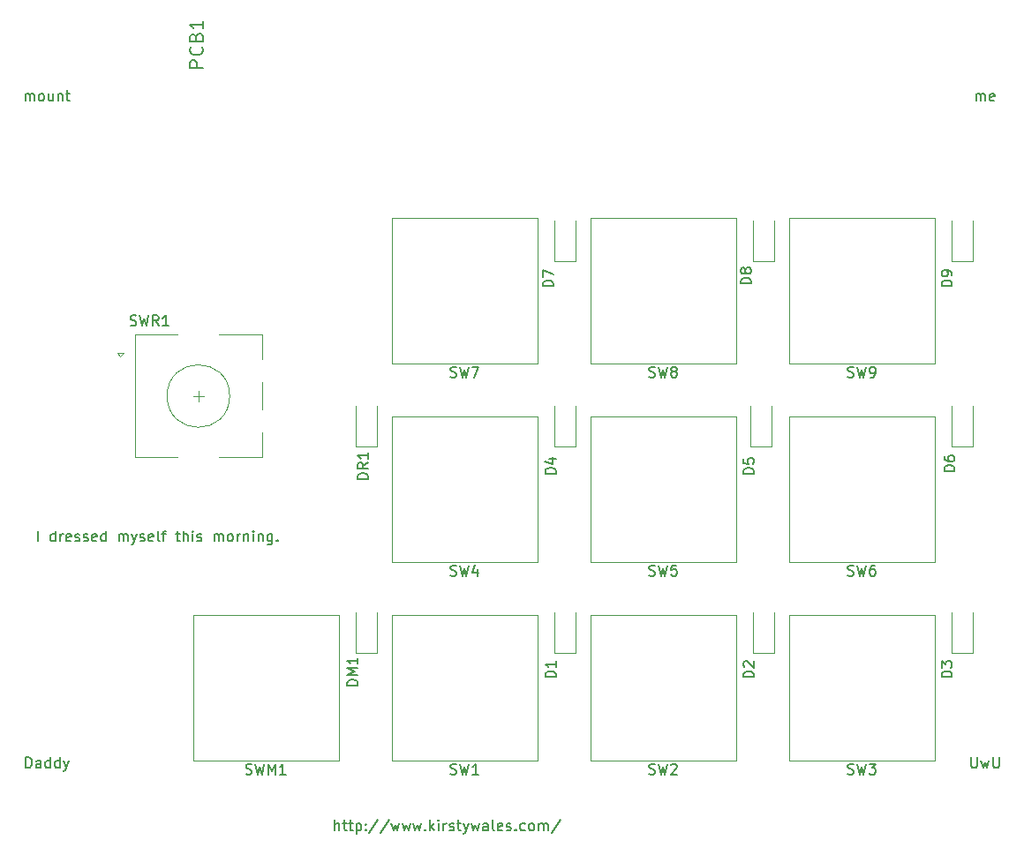
<source format=gbr>
%TF.GenerationSoftware,KiCad,Pcbnew,(6.0.4)*%
%TF.CreationDate,2022-05-17T18:27:42+01:00*%
%TF.ProjectId,MacroPad,4d616372-6f50-4616-942e-6b696361645f,rev?*%
%TF.SameCoordinates,Original*%
%TF.FileFunction,Legend,Top*%
%TF.FilePolarity,Positive*%
%FSLAX46Y46*%
G04 Gerber Fmt 4.6, Leading zero omitted, Abs format (unit mm)*
G04 Created by KiCad (PCBNEW (6.0.4)) date 2022-05-17 18:27:42*
%MOMM*%
%LPD*%
G01*
G04 APERTURE LIST*
%ADD10C,0.150000*%
%ADD11C,0.120000*%
G04 APERTURE END LIST*
D10*
X113141809Y-98512380D02*
X113141809Y-97512380D01*
X114808476Y-98512380D02*
X114808476Y-97512380D01*
X114808476Y-98464761D02*
X114713238Y-98512380D01*
X114522761Y-98512380D01*
X114427523Y-98464761D01*
X114379904Y-98417142D01*
X114332285Y-98321904D01*
X114332285Y-98036190D01*
X114379904Y-97940952D01*
X114427523Y-97893333D01*
X114522761Y-97845714D01*
X114713238Y-97845714D01*
X114808476Y-97893333D01*
X115284666Y-98512380D02*
X115284666Y-97845714D01*
X115284666Y-98036190D02*
X115332285Y-97940952D01*
X115379904Y-97893333D01*
X115475142Y-97845714D01*
X115570380Y-97845714D01*
X116284666Y-98464761D02*
X116189428Y-98512380D01*
X115998952Y-98512380D01*
X115903714Y-98464761D01*
X115856095Y-98369523D01*
X115856095Y-97988571D01*
X115903714Y-97893333D01*
X115998952Y-97845714D01*
X116189428Y-97845714D01*
X116284666Y-97893333D01*
X116332285Y-97988571D01*
X116332285Y-98083809D01*
X115856095Y-98179047D01*
X116713238Y-98464761D02*
X116808476Y-98512380D01*
X116998952Y-98512380D01*
X117094190Y-98464761D01*
X117141809Y-98369523D01*
X117141809Y-98321904D01*
X117094190Y-98226666D01*
X116998952Y-98179047D01*
X116856095Y-98179047D01*
X116760857Y-98131428D01*
X116713238Y-98036190D01*
X116713238Y-97988571D01*
X116760857Y-97893333D01*
X116856095Y-97845714D01*
X116998952Y-97845714D01*
X117094190Y-97893333D01*
X117522761Y-98464761D02*
X117618000Y-98512380D01*
X117808476Y-98512380D01*
X117903714Y-98464761D01*
X117951333Y-98369523D01*
X117951333Y-98321904D01*
X117903714Y-98226666D01*
X117808476Y-98179047D01*
X117665619Y-98179047D01*
X117570380Y-98131428D01*
X117522761Y-98036190D01*
X117522761Y-97988571D01*
X117570380Y-97893333D01*
X117665619Y-97845714D01*
X117808476Y-97845714D01*
X117903714Y-97893333D01*
X118760857Y-98464761D02*
X118665619Y-98512380D01*
X118475142Y-98512380D01*
X118379904Y-98464761D01*
X118332285Y-98369523D01*
X118332285Y-97988571D01*
X118379904Y-97893333D01*
X118475142Y-97845714D01*
X118665619Y-97845714D01*
X118760857Y-97893333D01*
X118808476Y-97988571D01*
X118808476Y-98083809D01*
X118332285Y-98179047D01*
X119665619Y-98512380D02*
X119665619Y-97512380D01*
X119665619Y-98464761D02*
X119570380Y-98512380D01*
X119379904Y-98512380D01*
X119284666Y-98464761D01*
X119237047Y-98417142D01*
X119189428Y-98321904D01*
X119189428Y-98036190D01*
X119237047Y-97940952D01*
X119284666Y-97893333D01*
X119379904Y-97845714D01*
X119570380Y-97845714D01*
X119665619Y-97893333D01*
X120903714Y-98512380D02*
X120903714Y-97845714D01*
X120903714Y-97940952D02*
X120951333Y-97893333D01*
X121046571Y-97845714D01*
X121189428Y-97845714D01*
X121284666Y-97893333D01*
X121332285Y-97988571D01*
X121332285Y-98512380D01*
X121332285Y-97988571D02*
X121379904Y-97893333D01*
X121475142Y-97845714D01*
X121618000Y-97845714D01*
X121713238Y-97893333D01*
X121760857Y-97988571D01*
X121760857Y-98512380D01*
X122141809Y-97845714D02*
X122379904Y-98512380D01*
X122618000Y-97845714D02*
X122379904Y-98512380D01*
X122284666Y-98750476D01*
X122237047Y-98798095D01*
X122141809Y-98845714D01*
X122951333Y-98464761D02*
X123046571Y-98512380D01*
X123237047Y-98512380D01*
X123332285Y-98464761D01*
X123379904Y-98369523D01*
X123379904Y-98321904D01*
X123332285Y-98226666D01*
X123237047Y-98179047D01*
X123094190Y-98179047D01*
X122998952Y-98131428D01*
X122951333Y-98036190D01*
X122951333Y-97988571D01*
X122998952Y-97893333D01*
X123094190Y-97845714D01*
X123237047Y-97845714D01*
X123332285Y-97893333D01*
X124189428Y-98464761D02*
X124094190Y-98512380D01*
X123903714Y-98512380D01*
X123808476Y-98464761D01*
X123760857Y-98369523D01*
X123760857Y-97988571D01*
X123808476Y-97893333D01*
X123903714Y-97845714D01*
X124094190Y-97845714D01*
X124189428Y-97893333D01*
X124237047Y-97988571D01*
X124237047Y-98083809D01*
X123760857Y-98179047D01*
X124808476Y-98512380D02*
X124713238Y-98464761D01*
X124665619Y-98369523D01*
X124665619Y-97512380D01*
X125046571Y-97845714D02*
X125427523Y-97845714D01*
X125189428Y-98512380D02*
X125189428Y-97655238D01*
X125237047Y-97560000D01*
X125332285Y-97512380D01*
X125427523Y-97512380D01*
X126379904Y-97845714D02*
X126760857Y-97845714D01*
X126522761Y-97512380D02*
X126522761Y-98369523D01*
X126570380Y-98464761D01*
X126665619Y-98512380D01*
X126760857Y-98512380D01*
X127094190Y-98512380D02*
X127094190Y-97512380D01*
X127522761Y-98512380D02*
X127522761Y-97988571D01*
X127475142Y-97893333D01*
X127379904Y-97845714D01*
X127237047Y-97845714D01*
X127141809Y-97893333D01*
X127094190Y-97940952D01*
X127998952Y-98512380D02*
X127998952Y-97845714D01*
X127998952Y-97512380D02*
X127951333Y-97560000D01*
X127998952Y-97607619D01*
X128046571Y-97560000D01*
X127998952Y-97512380D01*
X127998952Y-97607619D01*
X128427523Y-98464761D02*
X128522761Y-98512380D01*
X128713238Y-98512380D01*
X128808476Y-98464761D01*
X128856095Y-98369523D01*
X128856095Y-98321904D01*
X128808476Y-98226666D01*
X128713238Y-98179047D01*
X128570380Y-98179047D01*
X128475142Y-98131428D01*
X128427523Y-98036190D01*
X128427523Y-97988571D01*
X128475142Y-97893333D01*
X128570380Y-97845714D01*
X128713238Y-97845714D01*
X128808476Y-97893333D01*
X130046571Y-98512380D02*
X130046571Y-97845714D01*
X130046571Y-97940952D02*
X130094190Y-97893333D01*
X130189428Y-97845714D01*
X130332285Y-97845714D01*
X130427523Y-97893333D01*
X130475142Y-97988571D01*
X130475142Y-98512380D01*
X130475142Y-97988571D02*
X130522761Y-97893333D01*
X130618000Y-97845714D01*
X130760857Y-97845714D01*
X130856095Y-97893333D01*
X130903714Y-97988571D01*
X130903714Y-98512380D01*
X131522761Y-98512380D02*
X131427523Y-98464761D01*
X131379904Y-98417142D01*
X131332285Y-98321904D01*
X131332285Y-98036190D01*
X131379904Y-97940952D01*
X131427523Y-97893333D01*
X131522761Y-97845714D01*
X131665619Y-97845714D01*
X131760857Y-97893333D01*
X131808476Y-97940952D01*
X131856095Y-98036190D01*
X131856095Y-98321904D01*
X131808476Y-98417142D01*
X131760857Y-98464761D01*
X131665619Y-98512380D01*
X131522761Y-98512380D01*
X132284666Y-98512380D02*
X132284666Y-97845714D01*
X132284666Y-98036190D02*
X132332285Y-97940952D01*
X132379904Y-97893333D01*
X132475142Y-97845714D01*
X132570380Y-97845714D01*
X132903714Y-97845714D02*
X132903714Y-98512380D01*
X132903714Y-97940952D02*
X132951333Y-97893333D01*
X133046571Y-97845714D01*
X133189428Y-97845714D01*
X133284666Y-97893333D01*
X133332285Y-97988571D01*
X133332285Y-98512380D01*
X133808476Y-98512380D02*
X133808476Y-97845714D01*
X133808476Y-97512380D02*
X133760857Y-97560000D01*
X133808476Y-97607619D01*
X133856095Y-97560000D01*
X133808476Y-97512380D01*
X133808476Y-97607619D01*
X134284666Y-97845714D02*
X134284666Y-98512380D01*
X134284666Y-97940952D02*
X134332285Y-97893333D01*
X134427523Y-97845714D01*
X134570380Y-97845714D01*
X134665619Y-97893333D01*
X134713238Y-97988571D01*
X134713238Y-98512380D01*
X135618000Y-97845714D02*
X135618000Y-98655238D01*
X135570380Y-98750476D01*
X135522761Y-98798095D01*
X135427523Y-98845714D01*
X135284666Y-98845714D01*
X135189428Y-98798095D01*
X135618000Y-98464761D02*
X135522761Y-98512380D01*
X135332285Y-98512380D01*
X135237047Y-98464761D01*
X135189428Y-98417142D01*
X135141809Y-98321904D01*
X135141809Y-98036190D01*
X135189428Y-97940952D01*
X135237047Y-97893333D01*
X135332285Y-97845714D01*
X135522761Y-97845714D01*
X135618000Y-97893333D01*
X136094190Y-98417142D02*
X136141809Y-98464761D01*
X136094190Y-98512380D01*
X136046571Y-98464761D01*
X136094190Y-98417142D01*
X136094190Y-98512380D01*
X141629904Y-126262380D02*
X141629904Y-125262380D01*
X142058476Y-126262380D02*
X142058476Y-125738571D01*
X142010857Y-125643333D01*
X141915619Y-125595714D01*
X141772761Y-125595714D01*
X141677523Y-125643333D01*
X141629904Y-125690952D01*
X142391809Y-125595714D02*
X142772761Y-125595714D01*
X142534666Y-125262380D02*
X142534666Y-126119523D01*
X142582285Y-126214761D01*
X142677523Y-126262380D01*
X142772761Y-126262380D01*
X142963238Y-125595714D02*
X143344190Y-125595714D01*
X143106095Y-125262380D02*
X143106095Y-126119523D01*
X143153714Y-126214761D01*
X143248952Y-126262380D01*
X143344190Y-126262380D01*
X143677523Y-125595714D02*
X143677523Y-126595714D01*
X143677523Y-125643333D02*
X143772761Y-125595714D01*
X143963238Y-125595714D01*
X144058476Y-125643333D01*
X144106095Y-125690952D01*
X144153714Y-125786190D01*
X144153714Y-126071904D01*
X144106095Y-126167142D01*
X144058476Y-126214761D01*
X143963238Y-126262380D01*
X143772761Y-126262380D01*
X143677523Y-126214761D01*
X144582285Y-126167142D02*
X144629904Y-126214761D01*
X144582285Y-126262380D01*
X144534666Y-126214761D01*
X144582285Y-126167142D01*
X144582285Y-126262380D01*
X144582285Y-125643333D02*
X144629904Y-125690952D01*
X144582285Y-125738571D01*
X144534666Y-125690952D01*
X144582285Y-125643333D01*
X144582285Y-125738571D01*
X145772761Y-125214761D02*
X144915619Y-126500476D01*
X146820380Y-125214761D02*
X145963238Y-126500476D01*
X147058476Y-125595714D02*
X147248952Y-126262380D01*
X147439428Y-125786190D01*
X147629904Y-126262380D01*
X147820380Y-125595714D01*
X148106095Y-125595714D02*
X148296571Y-126262380D01*
X148487047Y-125786190D01*
X148677523Y-126262380D01*
X148868000Y-125595714D01*
X149153714Y-125595714D02*
X149344190Y-126262380D01*
X149534666Y-125786190D01*
X149725142Y-126262380D01*
X149915619Y-125595714D01*
X150296571Y-126167142D02*
X150344190Y-126214761D01*
X150296571Y-126262380D01*
X150248952Y-126214761D01*
X150296571Y-126167142D01*
X150296571Y-126262380D01*
X150772761Y-126262380D02*
X150772761Y-125262380D01*
X150868000Y-125881428D02*
X151153714Y-126262380D01*
X151153714Y-125595714D02*
X150772761Y-125976666D01*
X151582285Y-126262380D02*
X151582285Y-125595714D01*
X151582285Y-125262380D02*
X151534666Y-125310000D01*
X151582285Y-125357619D01*
X151629904Y-125310000D01*
X151582285Y-125262380D01*
X151582285Y-125357619D01*
X152058476Y-126262380D02*
X152058476Y-125595714D01*
X152058476Y-125786190D02*
X152106095Y-125690952D01*
X152153714Y-125643333D01*
X152248952Y-125595714D01*
X152344190Y-125595714D01*
X152629904Y-126214761D02*
X152725142Y-126262380D01*
X152915619Y-126262380D01*
X153010857Y-126214761D01*
X153058476Y-126119523D01*
X153058476Y-126071904D01*
X153010857Y-125976666D01*
X152915619Y-125929047D01*
X152772761Y-125929047D01*
X152677523Y-125881428D01*
X152629904Y-125786190D01*
X152629904Y-125738571D01*
X152677523Y-125643333D01*
X152772761Y-125595714D01*
X152915619Y-125595714D01*
X153010857Y-125643333D01*
X153344190Y-125595714D02*
X153725142Y-125595714D01*
X153487047Y-125262380D02*
X153487047Y-126119523D01*
X153534666Y-126214761D01*
X153629904Y-126262380D01*
X153725142Y-126262380D01*
X153963238Y-125595714D02*
X154201333Y-126262380D01*
X154439428Y-125595714D02*
X154201333Y-126262380D01*
X154106095Y-126500476D01*
X154058476Y-126548095D01*
X153963238Y-126595714D01*
X154725142Y-125595714D02*
X154915619Y-126262380D01*
X155106095Y-125786190D01*
X155296571Y-126262380D01*
X155487047Y-125595714D01*
X156296571Y-126262380D02*
X156296571Y-125738571D01*
X156248952Y-125643333D01*
X156153714Y-125595714D01*
X155963238Y-125595714D01*
X155868000Y-125643333D01*
X156296571Y-126214761D02*
X156201333Y-126262380D01*
X155963238Y-126262380D01*
X155868000Y-126214761D01*
X155820380Y-126119523D01*
X155820380Y-126024285D01*
X155868000Y-125929047D01*
X155963238Y-125881428D01*
X156201333Y-125881428D01*
X156296571Y-125833809D01*
X156915619Y-126262380D02*
X156820380Y-126214761D01*
X156772761Y-126119523D01*
X156772761Y-125262380D01*
X157677523Y-126214761D02*
X157582285Y-126262380D01*
X157391809Y-126262380D01*
X157296571Y-126214761D01*
X157248952Y-126119523D01*
X157248952Y-125738571D01*
X157296571Y-125643333D01*
X157391809Y-125595714D01*
X157582285Y-125595714D01*
X157677523Y-125643333D01*
X157725142Y-125738571D01*
X157725142Y-125833809D01*
X157248952Y-125929047D01*
X158106095Y-126214761D02*
X158201333Y-126262380D01*
X158391809Y-126262380D01*
X158487047Y-126214761D01*
X158534666Y-126119523D01*
X158534666Y-126071904D01*
X158487047Y-125976666D01*
X158391809Y-125929047D01*
X158248952Y-125929047D01*
X158153714Y-125881428D01*
X158106095Y-125786190D01*
X158106095Y-125738571D01*
X158153714Y-125643333D01*
X158248952Y-125595714D01*
X158391809Y-125595714D01*
X158487047Y-125643333D01*
X158963238Y-126167142D02*
X159010857Y-126214761D01*
X158963238Y-126262380D01*
X158915619Y-126214761D01*
X158963238Y-126167142D01*
X158963238Y-126262380D01*
X159868000Y-126214761D02*
X159772761Y-126262380D01*
X159582285Y-126262380D01*
X159487047Y-126214761D01*
X159439428Y-126167142D01*
X159391809Y-126071904D01*
X159391809Y-125786190D01*
X159439428Y-125690952D01*
X159487047Y-125643333D01*
X159582285Y-125595714D01*
X159772761Y-125595714D01*
X159868000Y-125643333D01*
X160439428Y-126262380D02*
X160344190Y-126214761D01*
X160296571Y-126167142D01*
X160248952Y-126071904D01*
X160248952Y-125786190D01*
X160296571Y-125690952D01*
X160344190Y-125643333D01*
X160439428Y-125595714D01*
X160582285Y-125595714D01*
X160677523Y-125643333D01*
X160725142Y-125690952D01*
X160772761Y-125786190D01*
X160772761Y-126071904D01*
X160725142Y-126167142D01*
X160677523Y-126214761D01*
X160582285Y-126262380D01*
X160439428Y-126262380D01*
X161201333Y-126262380D02*
X161201333Y-125595714D01*
X161201333Y-125690952D02*
X161248952Y-125643333D01*
X161344190Y-125595714D01*
X161487047Y-125595714D01*
X161582285Y-125643333D01*
X161629904Y-125738571D01*
X161629904Y-126262380D01*
X161629904Y-125738571D02*
X161677523Y-125643333D01*
X161772761Y-125595714D01*
X161915619Y-125595714D01*
X162010857Y-125643333D01*
X162058476Y-125738571D01*
X162058476Y-126262380D01*
X163248952Y-125214761D02*
X162391809Y-126500476D01*
%TO.C,D9*%
X200820380Y-74048095D02*
X199820380Y-74048095D01*
X199820380Y-73810000D01*
X199868000Y-73667142D01*
X199963238Y-73571904D01*
X200058476Y-73524285D01*
X200248952Y-73476666D01*
X200391809Y-73476666D01*
X200582285Y-73524285D01*
X200677523Y-73571904D01*
X200772761Y-73667142D01*
X200820380Y-73810000D01*
X200820380Y-74048095D01*
X200820380Y-73000476D02*
X200820380Y-72810000D01*
X200772761Y-72714761D01*
X200725142Y-72667142D01*
X200582285Y-72571904D01*
X200391809Y-72524285D01*
X200010857Y-72524285D01*
X199915619Y-72571904D01*
X199868000Y-72619523D01*
X199820380Y-72714761D01*
X199820380Y-72905238D01*
X199868000Y-73000476D01*
X199915619Y-73048095D01*
X200010857Y-73095714D01*
X200248952Y-73095714D01*
X200344190Y-73048095D01*
X200391809Y-73000476D01*
X200439428Y-72905238D01*
X200439428Y-72714761D01*
X200391809Y-72619523D01*
X200344190Y-72571904D01*
X200248952Y-72524285D01*
%TO.C,D3*%
X200820380Y-111548095D02*
X199820380Y-111548095D01*
X199820380Y-111310000D01*
X199868000Y-111167142D01*
X199963238Y-111071904D01*
X200058476Y-111024285D01*
X200248952Y-110976666D01*
X200391809Y-110976666D01*
X200582285Y-111024285D01*
X200677523Y-111071904D01*
X200772761Y-111167142D01*
X200820380Y-111310000D01*
X200820380Y-111548095D01*
X199820380Y-110643333D02*
X199820380Y-110024285D01*
X200201333Y-110357619D01*
X200201333Y-110214761D01*
X200248952Y-110119523D01*
X200296571Y-110071904D01*
X200391809Y-110024285D01*
X200629904Y-110024285D01*
X200725142Y-110071904D01*
X200772761Y-110119523D01*
X200820380Y-110214761D01*
X200820380Y-110500476D01*
X200772761Y-110595714D01*
X200725142Y-110643333D01*
%TO.C,DR1*%
X144820380Y-92548095D02*
X143820380Y-92548095D01*
X143820380Y-92310000D01*
X143868000Y-92167142D01*
X143963238Y-92071904D01*
X144058476Y-92024285D01*
X144248952Y-91976666D01*
X144391809Y-91976666D01*
X144582285Y-92024285D01*
X144677523Y-92071904D01*
X144772761Y-92167142D01*
X144820380Y-92310000D01*
X144820380Y-92548095D01*
X144820380Y-90976666D02*
X144344190Y-91310000D01*
X144820380Y-91548095D02*
X143820380Y-91548095D01*
X143820380Y-91167142D01*
X143868000Y-91071904D01*
X143915619Y-91024285D01*
X144010857Y-90976666D01*
X144153714Y-90976666D01*
X144248952Y-91024285D01*
X144296571Y-91071904D01*
X144344190Y-91167142D01*
X144344190Y-91548095D01*
X144820380Y-90024285D02*
X144820380Y-90595714D01*
X144820380Y-90310000D02*
X143820380Y-90310000D01*
X143963238Y-90405238D01*
X144058476Y-90500476D01*
X144106095Y-90595714D01*
%TO.C,D1*%
X162820380Y-111548095D02*
X161820380Y-111548095D01*
X161820380Y-111310000D01*
X161868000Y-111167142D01*
X161963238Y-111071904D01*
X162058476Y-111024285D01*
X162248952Y-110976666D01*
X162391809Y-110976666D01*
X162582285Y-111024285D01*
X162677523Y-111071904D01*
X162772761Y-111167142D01*
X162820380Y-111310000D01*
X162820380Y-111548095D01*
X162820380Y-110024285D02*
X162820380Y-110595714D01*
X162820380Y-110310000D02*
X161820380Y-110310000D01*
X161963238Y-110405238D01*
X162058476Y-110500476D01*
X162106095Y-110595714D01*
%TO.C,D5*%
X181820380Y-92048095D02*
X180820380Y-92048095D01*
X180820380Y-91810000D01*
X180868000Y-91667142D01*
X180963238Y-91571904D01*
X181058476Y-91524285D01*
X181248952Y-91476666D01*
X181391809Y-91476666D01*
X181582285Y-91524285D01*
X181677523Y-91571904D01*
X181772761Y-91667142D01*
X181820380Y-91810000D01*
X181820380Y-92048095D01*
X180820380Y-90571904D02*
X180820380Y-91048095D01*
X181296571Y-91095714D01*
X181248952Y-91048095D01*
X181201333Y-90952857D01*
X181201333Y-90714761D01*
X181248952Y-90619523D01*
X181296571Y-90571904D01*
X181391809Y-90524285D01*
X181629904Y-90524285D01*
X181725142Y-90571904D01*
X181772761Y-90619523D01*
X181820380Y-90714761D01*
X181820380Y-90952857D01*
X181772761Y-91048095D01*
X181725142Y-91095714D01*
%TO.C,UwU*%
X202666666Y-119252380D02*
X202666666Y-120061904D01*
X202714285Y-120157142D01*
X202761904Y-120204761D01*
X202857142Y-120252380D01*
X203047619Y-120252380D01*
X203142857Y-120204761D01*
X203190476Y-120157142D01*
X203238095Y-120061904D01*
X203238095Y-119252380D01*
X203619047Y-119585714D02*
X203809523Y-120252380D01*
X204000000Y-119776190D01*
X204190476Y-120252380D01*
X204380952Y-119585714D01*
X204761904Y-119252380D02*
X204761904Y-120061904D01*
X204809523Y-120157142D01*
X204857142Y-120204761D01*
X204952380Y-120252380D01*
X205142857Y-120252380D01*
X205238095Y-120204761D01*
X205285714Y-120157142D01*
X205333333Y-120061904D01*
X205333333Y-119252380D01*
%TO.C,D8*%
X181570380Y-73798095D02*
X180570380Y-73798095D01*
X180570380Y-73560000D01*
X180618000Y-73417142D01*
X180713238Y-73321904D01*
X180808476Y-73274285D01*
X180998952Y-73226666D01*
X181141809Y-73226666D01*
X181332285Y-73274285D01*
X181427523Y-73321904D01*
X181522761Y-73417142D01*
X181570380Y-73560000D01*
X181570380Y-73798095D01*
X180998952Y-72655238D02*
X180951333Y-72750476D01*
X180903714Y-72798095D01*
X180808476Y-72845714D01*
X180760857Y-72845714D01*
X180665619Y-72798095D01*
X180618000Y-72750476D01*
X180570380Y-72655238D01*
X180570380Y-72464761D01*
X180618000Y-72369523D01*
X180665619Y-72321904D01*
X180760857Y-72274285D01*
X180808476Y-72274285D01*
X180903714Y-72321904D01*
X180951333Y-72369523D01*
X180998952Y-72464761D01*
X180998952Y-72655238D01*
X181046571Y-72750476D01*
X181094190Y-72798095D01*
X181189428Y-72845714D01*
X181379904Y-72845714D01*
X181475142Y-72798095D01*
X181522761Y-72750476D01*
X181570380Y-72655238D01*
X181570380Y-72464761D01*
X181522761Y-72369523D01*
X181475142Y-72321904D01*
X181379904Y-72274285D01*
X181189428Y-72274285D01*
X181094190Y-72321904D01*
X181046571Y-72369523D01*
X180998952Y-72464761D01*
%TO.C,D4*%
X162820380Y-92048095D02*
X161820380Y-92048095D01*
X161820380Y-91810000D01*
X161868000Y-91667142D01*
X161963238Y-91571904D01*
X162058476Y-91524285D01*
X162248952Y-91476666D01*
X162391809Y-91476666D01*
X162582285Y-91524285D01*
X162677523Y-91571904D01*
X162772761Y-91667142D01*
X162820380Y-91810000D01*
X162820380Y-92048095D01*
X162153714Y-90619523D02*
X162820380Y-90619523D01*
X161772761Y-90857619D02*
X162487047Y-91095714D01*
X162487047Y-90476666D01*
%TO.C,SWM1*%
X133107238Y-120840761D02*
X133250095Y-120888380D01*
X133488190Y-120888380D01*
X133583428Y-120840761D01*
X133631047Y-120793142D01*
X133678666Y-120697904D01*
X133678666Y-120602666D01*
X133631047Y-120507428D01*
X133583428Y-120459809D01*
X133488190Y-120412190D01*
X133297714Y-120364571D01*
X133202476Y-120316952D01*
X133154857Y-120269333D01*
X133107238Y-120174095D01*
X133107238Y-120078857D01*
X133154857Y-119983619D01*
X133202476Y-119936000D01*
X133297714Y-119888380D01*
X133535809Y-119888380D01*
X133678666Y-119936000D01*
X134012000Y-119888380D02*
X134250095Y-120888380D01*
X134440571Y-120174095D01*
X134631047Y-120888380D01*
X134869142Y-119888380D01*
X135250095Y-120888380D02*
X135250095Y-119888380D01*
X135583428Y-120602666D01*
X135916761Y-119888380D01*
X135916761Y-120888380D01*
X136916761Y-120888380D02*
X136345333Y-120888380D01*
X136631047Y-120888380D02*
X136631047Y-119888380D01*
X136535809Y-120031238D01*
X136440571Y-120126476D01*
X136345333Y-120174095D01*
%TO.C,SW5*%
X171778666Y-101790761D02*
X171921523Y-101838380D01*
X172159619Y-101838380D01*
X172254857Y-101790761D01*
X172302476Y-101743142D01*
X172350095Y-101647904D01*
X172350095Y-101552666D01*
X172302476Y-101457428D01*
X172254857Y-101409809D01*
X172159619Y-101362190D01*
X171969142Y-101314571D01*
X171873904Y-101266952D01*
X171826285Y-101219333D01*
X171778666Y-101124095D01*
X171778666Y-101028857D01*
X171826285Y-100933619D01*
X171873904Y-100886000D01*
X171969142Y-100838380D01*
X172207238Y-100838380D01*
X172350095Y-100886000D01*
X172683428Y-100838380D02*
X172921523Y-101838380D01*
X173112000Y-101124095D01*
X173302476Y-101838380D01*
X173540571Y-100838380D01*
X174397714Y-100838380D02*
X173921523Y-100838380D01*
X173873904Y-101314571D01*
X173921523Y-101266952D01*
X174016761Y-101219333D01*
X174254857Y-101219333D01*
X174350095Y-101266952D01*
X174397714Y-101314571D01*
X174445333Y-101409809D01*
X174445333Y-101647904D01*
X174397714Y-101743142D01*
X174350095Y-101790761D01*
X174254857Y-101838380D01*
X174016761Y-101838380D01*
X173921523Y-101790761D01*
X173873904Y-101743142D01*
%TO.C,PCB1*%
X128982523Y-53075980D02*
X127712523Y-53075980D01*
X127712523Y-52592171D01*
X127773000Y-52471219D01*
X127833476Y-52410742D01*
X127954428Y-52350266D01*
X128135857Y-52350266D01*
X128256809Y-52410742D01*
X128317285Y-52471219D01*
X128377761Y-52592171D01*
X128377761Y-53075980D01*
X128861571Y-51080266D02*
X128922047Y-51140742D01*
X128982523Y-51322171D01*
X128982523Y-51443123D01*
X128922047Y-51624552D01*
X128801095Y-51745504D01*
X128680142Y-51805980D01*
X128438238Y-51866457D01*
X128256809Y-51866457D01*
X128014904Y-51805980D01*
X127893952Y-51745504D01*
X127773000Y-51624552D01*
X127712523Y-51443123D01*
X127712523Y-51322171D01*
X127773000Y-51140742D01*
X127833476Y-51080266D01*
X128317285Y-50112647D02*
X128377761Y-49931219D01*
X128438238Y-49870742D01*
X128559190Y-49810266D01*
X128740619Y-49810266D01*
X128861571Y-49870742D01*
X128922047Y-49931219D01*
X128982523Y-50052171D01*
X128982523Y-50535980D01*
X127712523Y-50535980D01*
X127712523Y-50112647D01*
X127773000Y-49991695D01*
X127833476Y-49931219D01*
X127954428Y-49870742D01*
X128075380Y-49870742D01*
X128196333Y-49931219D01*
X128256809Y-49991695D01*
X128317285Y-50112647D01*
X128317285Y-50535980D01*
X128982523Y-48600742D02*
X128982523Y-49326457D01*
X128982523Y-48963600D02*
X127712523Y-48963600D01*
X127893952Y-49084552D01*
X128014904Y-49205504D01*
X128075380Y-49326457D01*
%TO.C,SW7*%
X152728666Y-82740761D02*
X152871523Y-82788380D01*
X153109619Y-82788380D01*
X153204857Y-82740761D01*
X153252476Y-82693142D01*
X153300095Y-82597904D01*
X153300095Y-82502666D01*
X153252476Y-82407428D01*
X153204857Y-82359809D01*
X153109619Y-82312190D01*
X152919142Y-82264571D01*
X152823904Y-82216952D01*
X152776285Y-82169333D01*
X152728666Y-82074095D01*
X152728666Y-81978857D01*
X152776285Y-81883619D01*
X152823904Y-81836000D01*
X152919142Y-81788380D01*
X153157238Y-81788380D01*
X153300095Y-81836000D01*
X153633428Y-81788380D02*
X153871523Y-82788380D01*
X154062000Y-82074095D01*
X154252476Y-82788380D01*
X154490571Y-81788380D01*
X154776285Y-81788380D02*
X155442952Y-81788380D01*
X155014380Y-82788380D01*
%TO.C,SW8*%
X171778666Y-82740761D02*
X171921523Y-82788380D01*
X172159619Y-82788380D01*
X172254857Y-82740761D01*
X172302476Y-82693142D01*
X172350095Y-82597904D01*
X172350095Y-82502666D01*
X172302476Y-82407428D01*
X172254857Y-82359809D01*
X172159619Y-82312190D01*
X171969142Y-82264571D01*
X171873904Y-82216952D01*
X171826285Y-82169333D01*
X171778666Y-82074095D01*
X171778666Y-81978857D01*
X171826285Y-81883619D01*
X171873904Y-81836000D01*
X171969142Y-81788380D01*
X172207238Y-81788380D01*
X172350095Y-81836000D01*
X172683428Y-81788380D02*
X172921523Y-82788380D01*
X173112000Y-82074095D01*
X173302476Y-82788380D01*
X173540571Y-81788380D01*
X174064380Y-82216952D02*
X173969142Y-82169333D01*
X173921523Y-82121714D01*
X173873904Y-82026476D01*
X173873904Y-81978857D01*
X173921523Y-81883619D01*
X173969142Y-81836000D01*
X174064380Y-81788380D01*
X174254857Y-81788380D01*
X174350095Y-81836000D01*
X174397714Y-81883619D01*
X174445333Y-81978857D01*
X174445333Y-82026476D01*
X174397714Y-82121714D01*
X174350095Y-82169333D01*
X174254857Y-82216952D01*
X174064380Y-82216952D01*
X173969142Y-82264571D01*
X173921523Y-82312190D01*
X173873904Y-82407428D01*
X173873904Y-82597904D01*
X173921523Y-82693142D01*
X173969142Y-82740761D01*
X174064380Y-82788380D01*
X174254857Y-82788380D01*
X174350095Y-82740761D01*
X174397714Y-82693142D01*
X174445333Y-82597904D01*
X174445333Y-82407428D01*
X174397714Y-82312190D01*
X174350095Y-82264571D01*
X174254857Y-82216952D01*
%TO.C,SW3*%
X190828666Y-120840761D02*
X190971523Y-120888380D01*
X191209619Y-120888380D01*
X191304857Y-120840761D01*
X191352476Y-120793142D01*
X191400095Y-120697904D01*
X191400095Y-120602666D01*
X191352476Y-120507428D01*
X191304857Y-120459809D01*
X191209619Y-120412190D01*
X191019142Y-120364571D01*
X190923904Y-120316952D01*
X190876285Y-120269333D01*
X190828666Y-120174095D01*
X190828666Y-120078857D01*
X190876285Y-119983619D01*
X190923904Y-119936000D01*
X191019142Y-119888380D01*
X191257238Y-119888380D01*
X191400095Y-119936000D01*
X191733428Y-119888380D02*
X191971523Y-120888380D01*
X192162000Y-120174095D01*
X192352476Y-120888380D01*
X192590571Y-119888380D01*
X192876285Y-119888380D02*
X193495333Y-119888380D01*
X193162000Y-120269333D01*
X193304857Y-120269333D01*
X193400095Y-120316952D01*
X193447714Y-120364571D01*
X193495333Y-120459809D01*
X193495333Y-120697904D01*
X193447714Y-120793142D01*
X193400095Y-120840761D01*
X193304857Y-120888380D01*
X193019142Y-120888380D01*
X192923904Y-120840761D01*
X192876285Y-120793142D01*
%TO.C,Daddy*%
X112000000Y-120252380D02*
X112000000Y-119252380D01*
X112238095Y-119252380D01*
X112380952Y-119300000D01*
X112476190Y-119395238D01*
X112523809Y-119490476D01*
X112571428Y-119680952D01*
X112571428Y-119823809D01*
X112523809Y-120014285D01*
X112476190Y-120109523D01*
X112380952Y-120204761D01*
X112238095Y-120252380D01*
X112000000Y-120252380D01*
X113428571Y-120252380D02*
X113428571Y-119728571D01*
X113380952Y-119633333D01*
X113285714Y-119585714D01*
X113095238Y-119585714D01*
X113000000Y-119633333D01*
X113428571Y-120204761D02*
X113333333Y-120252380D01*
X113095238Y-120252380D01*
X113000000Y-120204761D01*
X112952380Y-120109523D01*
X112952380Y-120014285D01*
X113000000Y-119919047D01*
X113095238Y-119871428D01*
X113333333Y-119871428D01*
X113428571Y-119823809D01*
X114333333Y-120252380D02*
X114333333Y-119252380D01*
X114333333Y-120204761D02*
X114238095Y-120252380D01*
X114047619Y-120252380D01*
X113952380Y-120204761D01*
X113904761Y-120157142D01*
X113857142Y-120061904D01*
X113857142Y-119776190D01*
X113904761Y-119680952D01*
X113952380Y-119633333D01*
X114047619Y-119585714D01*
X114238095Y-119585714D01*
X114333333Y-119633333D01*
X115238095Y-120252380D02*
X115238095Y-119252380D01*
X115238095Y-120204761D02*
X115142857Y-120252380D01*
X114952380Y-120252380D01*
X114857142Y-120204761D01*
X114809523Y-120157142D01*
X114761904Y-120061904D01*
X114761904Y-119776190D01*
X114809523Y-119680952D01*
X114857142Y-119633333D01*
X114952380Y-119585714D01*
X115142857Y-119585714D01*
X115238095Y-119633333D01*
X115619047Y-119585714D02*
X115857142Y-120252380D01*
X116095238Y-119585714D02*
X115857142Y-120252380D01*
X115761904Y-120490476D01*
X115714285Y-120538095D01*
X115619047Y-120585714D01*
%TO.C,me*%
X203142857Y-56252380D02*
X203142857Y-55585714D01*
X203142857Y-55680952D02*
X203190476Y-55633333D01*
X203285714Y-55585714D01*
X203428571Y-55585714D01*
X203523809Y-55633333D01*
X203571428Y-55728571D01*
X203571428Y-56252380D01*
X203571428Y-55728571D02*
X203619047Y-55633333D01*
X203714285Y-55585714D01*
X203857142Y-55585714D01*
X203952380Y-55633333D01*
X204000000Y-55728571D01*
X204000000Y-56252380D01*
X204857142Y-56204761D02*
X204761904Y-56252380D01*
X204571428Y-56252380D01*
X204476190Y-56204761D01*
X204428571Y-56109523D01*
X204428571Y-55728571D01*
X204476190Y-55633333D01*
X204571428Y-55585714D01*
X204761904Y-55585714D01*
X204857142Y-55633333D01*
X204904761Y-55728571D01*
X204904761Y-55823809D01*
X204428571Y-55919047D01*
%TO.C,SW4*%
X152728666Y-101790761D02*
X152871523Y-101838380D01*
X153109619Y-101838380D01*
X153204857Y-101790761D01*
X153252476Y-101743142D01*
X153300095Y-101647904D01*
X153300095Y-101552666D01*
X153252476Y-101457428D01*
X153204857Y-101409809D01*
X153109619Y-101362190D01*
X152919142Y-101314571D01*
X152823904Y-101266952D01*
X152776285Y-101219333D01*
X152728666Y-101124095D01*
X152728666Y-101028857D01*
X152776285Y-100933619D01*
X152823904Y-100886000D01*
X152919142Y-100838380D01*
X153157238Y-100838380D01*
X153300095Y-100886000D01*
X153633428Y-100838380D02*
X153871523Y-101838380D01*
X154062000Y-101124095D01*
X154252476Y-101838380D01*
X154490571Y-100838380D01*
X155300095Y-101171714D02*
X155300095Y-101838380D01*
X155062000Y-100790761D02*
X154823904Y-101505047D01*
X155442952Y-101505047D01*
%TO.C,D6*%
X201070380Y-91798095D02*
X200070380Y-91798095D01*
X200070380Y-91560000D01*
X200118000Y-91417142D01*
X200213238Y-91321904D01*
X200308476Y-91274285D01*
X200498952Y-91226666D01*
X200641809Y-91226666D01*
X200832285Y-91274285D01*
X200927523Y-91321904D01*
X201022761Y-91417142D01*
X201070380Y-91560000D01*
X201070380Y-91798095D01*
X200070380Y-90369523D02*
X200070380Y-90560000D01*
X200118000Y-90655238D01*
X200165619Y-90702857D01*
X200308476Y-90798095D01*
X200498952Y-90845714D01*
X200879904Y-90845714D01*
X200975142Y-90798095D01*
X201022761Y-90750476D01*
X201070380Y-90655238D01*
X201070380Y-90464761D01*
X201022761Y-90369523D01*
X200975142Y-90321904D01*
X200879904Y-90274285D01*
X200641809Y-90274285D01*
X200546571Y-90321904D01*
X200498952Y-90369523D01*
X200451333Y-90464761D01*
X200451333Y-90655238D01*
X200498952Y-90750476D01*
X200546571Y-90798095D01*
X200641809Y-90845714D01*
%TO.C,SWR1*%
X122008666Y-77786761D02*
X122151523Y-77834380D01*
X122389619Y-77834380D01*
X122484857Y-77786761D01*
X122532476Y-77739142D01*
X122580095Y-77643904D01*
X122580095Y-77548666D01*
X122532476Y-77453428D01*
X122484857Y-77405809D01*
X122389619Y-77358190D01*
X122199142Y-77310571D01*
X122103904Y-77262952D01*
X122056285Y-77215333D01*
X122008666Y-77120095D01*
X122008666Y-77024857D01*
X122056285Y-76929619D01*
X122103904Y-76882000D01*
X122199142Y-76834380D01*
X122437238Y-76834380D01*
X122580095Y-76882000D01*
X122913428Y-76834380D02*
X123151523Y-77834380D01*
X123342000Y-77120095D01*
X123532476Y-77834380D01*
X123770571Y-76834380D01*
X124722952Y-77834380D02*
X124389619Y-77358190D01*
X124151523Y-77834380D02*
X124151523Y-76834380D01*
X124532476Y-76834380D01*
X124627714Y-76882000D01*
X124675333Y-76929619D01*
X124722952Y-77024857D01*
X124722952Y-77167714D01*
X124675333Y-77262952D01*
X124627714Y-77310571D01*
X124532476Y-77358190D01*
X124151523Y-77358190D01*
X125675333Y-77834380D02*
X125103904Y-77834380D01*
X125389619Y-77834380D02*
X125389619Y-76834380D01*
X125294380Y-76977238D01*
X125199142Y-77072476D01*
X125103904Y-77120095D01*
%TO.C,SW2*%
X171778666Y-120840761D02*
X171921523Y-120888380D01*
X172159619Y-120888380D01*
X172254857Y-120840761D01*
X172302476Y-120793142D01*
X172350095Y-120697904D01*
X172350095Y-120602666D01*
X172302476Y-120507428D01*
X172254857Y-120459809D01*
X172159619Y-120412190D01*
X171969142Y-120364571D01*
X171873904Y-120316952D01*
X171826285Y-120269333D01*
X171778666Y-120174095D01*
X171778666Y-120078857D01*
X171826285Y-119983619D01*
X171873904Y-119936000D01*
X171969142Y-119888380D01*
X172207238Y-119888380D01*
X172350095Y-119936000D01*
X172683428Y-119888380D02*
X172921523Y-120888380D01*
X173112000Y-120174095D01*
X173302476Y-120888380D01*
X173540571Y-119888380D01*
X173873904Y-119983619D02*
X173921523Y-119936000D01*
X174016761Y-119888380D01*
X174254857Y-119888380D01*
X174350095Y-119936000D01*
X174397714Y-119983619D01*
X174445333Y-120078857D01*
X174445333Y-120174095D01*
X174397714Y-120316952D01*
X173826285Y-120888380D01*
X174445333Y-120888380D01*
%TO.C,mount*%
X111928571Y-56252380D02*
X111928571Y-55585714D01*
X111928571Y-55680952D02*
X111976190Y-55633333D01*
X112071428Y-55585714D01*
X112214285Y-55585714D01*
X112309523Y-55633333D01*
X112357142Y-55728571D01*
X112357142Y-56252380D01*
X112357142Y-55728571D02*
X112404761Y-55633333D01*
X112500000Y-55585714D01*
X112642857Y-55585714D01*
X112738095Y-55633333D01*
X112785714Y-55728571D01*
X112785714Y-56252380D01*
X113404761Y-56252380D02*
X113309523Y-56204761D01*
X113261904Y-56157142D01*
X113214285Y-56061904D01*
X113214285Y-55776190D01*
X113261904Y-55680952D01*
X113309523Y-55633333D01*
X113404761Y-55585714D01*
X113547619Y-55585714D01*
X113642857Y-55633333D01*
X113690476Y-55680952D01*
X113738095Y-55776190D01*
X113738095Y-56061904D01*
X113690476Y-56157142D01*
X113642857Y-56204761D01*
X113547619Y-56252380D01*
X113404761Y-56252380D01*
X114595238Y-55585714D02*
X114595238Y-56252380D01*
X114166666Y-55585714D02*
X114166666Y-56109523D01*
X114214285Y-56204761D01*
X114309523Y-56252380D01*
X114452380Y-56252380D01*
X114547619Y-56204761D01*
X114595238Y-56157142D01*
X115071428Y-55585714D02*
X115071428Y-56252380D01*
X115071428Y-55680952D02*
X115119047Y-55633333D01*
X115214285Y-55585714D01*
X115357142Y-55585714D01*
X115452380Y-55633333D01*
X115500000Y-55728571D01*
X115500000Y-56252380D01*
X115833333Y-55585714D02*
X116214285Y-55585714D01*
X115976190Y-55252380D02*
X115976190Y-56109523D01*
X116023809Y-56204761D01*
X116119047Y-56252380D01*
X116214285Y-56252380D01*
%TO.C,SW9*%
X190828666Y-82740761D02*
X190971523Y-82788380D01*
X191209619Y-82788380D01*
X191304857Y-82740761D01*
X191352476Y-82693142D01*
X191400095Y-82597904D01*
X191400095Y-82502666D01*
X191352476Y-82407428D01*
X191304857Y-82359809D01*
X191209619Y-82312190D01*
X191019142Y-82264571D01*
X190923904Y-82216952D01*
X190876285Y-82169333D01*
X190828666Y-82074095D01*
X190828666Y-81978857D01*
X190876285Y-81883619D01*
X190923904Y-81836000D01*
X191019142Y-81788380D01*
X191257238Y-81788380D01*
X191400095Y-81836000D01*
X191733428Y-81788380D02*
X191971523Y-82788380D01*
X192162000Y-82074095D01*
X192352476Y-82788380D01*
X192590571Y-81788380D01*
X193019142Y-82788380D02*
X193209619Y-82788380D01*
X193304857Y-82740761D01*
X193352476Y-82693142D01*
X193447714Y-82550285D01*
X193495333Y-82359809D01*
X193495333Y-81978857D01*
X193447714Y-81883619D01*
X193400095Y-81836000D01*
X193304857Y-81788380D01*
X193114380Y-81788380D01*
X193019142Y-81836000D01*
X192971523Y-81883619D01*
X192923904Y-81978857D01*
X192923904Y-82216952D01*
X192971523Y-82312190D01*
X193019142Y-82359809D01*
X193114380Y-82407428D01*
X193304857Y-82407428D01*
X193400095Y-82359809D01*
X193447714Y-82312190D01*
X193495333Y-82216952D01*
%TO.C,D2*%
X181820380Y-111548095D02*
X180820380Y-111548095D01*
X180820380Y-111310000D01*
X180868000Y-111167142D01*
X180963238Y-111071904D01*
X181058476Y-111024285D01*
X181248952Y-110976666D01*
X181391809Y-110976666D01*
X181582285Y-111024285D01*
X181677523Y-111071904D01*
X181772761Y-111167142D01*
X181820380Y-111310000D01*
X181820380Y-111548095D01*
X180915619Y-110595714D02*
X180868000Y-110548095D01*
X180820380Y-110452857D01*
X180820380Y-110214761D01*
X180868000Y-110119523D01*
X180915619Y-110071904D01*
X181010857Y-110024285D01*
X181106095Y-110024285D01*
X181248952Y-110071904D01*
X181820380Y-110643333D01*
X181820380Y-110024285D01*
%TO.C,SW6*%
X190828666Y-101790761D02*
X190971523Y-101838380D01*
X191209619Y-101838380D01*
X191304857Y-101790761D01*
X191352476Y-101743142D01*
X191400095Y-101647904D01*
X191400095Y-101552666D01*
X191352476Y-101457428D01*
X191304857Y-101409809D01*
X191209619Y-101362190D01*
X191019142Y-101314571D01*
X190923904Y-101266952D01*
X190876285Y-101219333D01*
X190828666Y-101124095D01*
X190828666Y-101028857D01*
X190876285Y-100933619D01*
X190923904Y-100886000D01*
X191019142Y-100838380D01*
X191257238Y-100838380D01*
X191400095Y-100886000D01*
X191733428Y-100838380D02*
X191971523Y-101838380D01*
X192162000Y-101124095D01*
X192352476Y-101838380D01*
X192590571Y-100838380D01*
X193400095Y-100838380D02*
X193209619Y-100838380D01*
X193114380Y-100886000D01*
X193066761Y-100933619D01*
X192971523Y-101076476D01*
X192923904Y-101266952D01*
X192923904Y-101647904D01*
X192971523Y-101743142D01*
X193019142Y-101790761D01*
X193114380Y-101838380D01*
X193304857Y-101838380D01*
X193400095Y-101790761D01*
X193447714Y-101743142D01*
X193495333Y-101647904D01*
X193495333Y-101409809D01*
X193447714Y-101314571D01*
X193400095Y-101266952D01*
X193304857Y-101219333D01*
X193114380Y-101219333D01*
X193019142Y-101266952D01*
X192971523Y-101314571D01*
X192923904Y-101409809D01*
%TO.C,SW1*%
X152728666Y-120840761D02*
X152871523Y-120888380D01*
X153109619Y-120888380D01*
X153204857Y-120840761D01*
X153252476Y-120793142D01*
X153300095Y-120697904D01*
X153300095Y-120602666D01*
X153252476Y-120507428D01*
X153204857Y-120459809D01*
X153109619Y-120412190D01*
X152919142Y-120364571D01*
X152823904Y-120316952D01*
X152776285Y-120269333D01*
X152728666Y-120174095D01*
X152728666Y-120078857D01*
X152776285Y-119983619D01*
X152823904Y-119936000D01*
X152919142Y-119888380D01*
X153157238Y-119888380D01*
X153300095Y-119936000D01*
X153633428Y-119888380D02*
X153871523Y-120888380D01*
X154062000Y-120174095D01*
X154252476Y-120888380D01*
X154490571Y-119888380D01*
X155395333Y-120888380D02*
X154823904Y-120888380D01*
X155109619Y-120888380D02*
X155109619Y-119888380D01*
X155014380Y-120031238D01*
X154919142Y-120126476D01*
X154823904Y-120174095D01*
%TO.C,DM1*%
X143820380Y-112369523D02*
X142820380Y-112369523D01*
X142820380Y-112131428D01*
X142868000Y-111988571D01*
X142963238Y-111893333D01*
X143058476Y-111845714D01*
X143248952Y-111798095D01*
X143391809Y-111798095D01*
X143582285Y-111845714D01*
X143677523Y-111893333D01*
X143772761Y-111988571D01*
X143820380Y-112131428D01*
X143820380Y-112369523D01*
X143820380Y-111369523D02*
X142820380Y-111369523D01*
X143534666Y-111036190D01*
X142820380Y-110702857D01*
X143820380Y-110702857D01*
X143820380Y-109702857D02*
X143820380Y-110274285D01*
X143820380Y-109988571D02*
X142820380Y-109988571D01*
X142963238Y-110083809D01*
X143058476Y-110179047D01*
X143106095Y-110274285D01*
%TO.C,D7*%
X162570380Y-74048095D02*
X161570380Y-74048095D01*
X161570380Y-73810000D01*
X161618000Y-73667142D01*
X161713238Y-73571904D01*
X161808476Y-73524285D01*
X161998952Y-73476666D01*
X162141809Y-73476666D01*
X162332285Y-73524285D01*
X162427523Y-73571904D01*
X162522761Y-73667142D01*
X162570380Y-73810000D01*
X162570380Y-74048095D01*
X161570380Y-73143333D02*
X161570380Y-72476666D01*
X162570380Y-72905238D01*
D11*
%TO.C,D9*%
X200814000Y-71632000D02*
X202814000Y-71632000D01*
X202814000Y-71632000D02*
X202814000Y-67732000D01*
X200814000Y-71632000D02*
X200814000Y-67732000D01*
%TO.C,D3*%
X200814000Y-109224000D02*
X202814000Y-109224000D01*
X200814000Y-109224000D02*
X200814000Y-105324000D01*
X202814000Y-109224000D02*
X202814000Y-105324000D01*
%TO.C,DR1*%
X145664000Y-89412000D02*
X145664000Y-85512000D01*
X143664000Y-89412000D02*
X143664000Y-85512000D01*
X143664000Y-89412000D02*
X145664000Y-89412000D01*
%TO.C,D1*%
X162714000Y-109224000D02*
X164714000Y-109224000D01*
X162714000Y-109224000D02*
X162714000Y-105324000D01*
X164714000Y-109224000D02*
X164714000Y-105324000D01*
%TO.C,D5*%
X183510000Y-89412000D02*
X183510000Y-85512000D01*
X181510000Y-89412000D02*
X181510000Y-85512000D01*
X181510000Y-89412000D02*
X183510000Y-89412000D01*
%TO.C,D8*%
X181764000Y-71632000D02*
X181764000Y-67732000D01*
X183764000Y-71632000D02*
X183764000Y-67732000D01*
X181764000Y-71632000D02*
X183764000Y-71632000D01*
%TO.C,D4*%
X162714000Y-89412000D02*
X162714000Y-85512000D01*
X164714000Y-89412000D02*
X164714000Y-85512000D01*
X162714000Y-89412000D02*
X164714000Y-89412000D01*
%TO.C,SWM1*%
X128027000Y-105577000D02*
X141997000Y-105577000D01*
X141997000Y-105577000D02*
X141997000Y-119547000D01*
X141997000Y-119547000D02*
X128027000Y-119547000D01*
X128027000Y-119547000D02*
X128027000Y-105577000D01*
%TO.C,SW5*%
X180097000Y-86527000D02*
X180097000Y-100497000D01*
X166127000Y-86527000D02*
X180097000Y-86527000D01*
X166127000Y-100497000D02*
X166127000Y-86527000D01*
X180097000Y-100497000D02*
X166127000Y-100497000D01*
%TO.C,SW7*%
X147077000Y-67477000D02*
X161047000Y-67477000D01*
X161047000Y-67477000D02*
X161047000Y-81447000D01*
X147077000Y-81447000D02*
X147077000Y-67477000D01*
X161047000Y-81447000D02*
X147077000Y-81447000D01*
%TO.C,SW8*%
X166127000Y-81447000D02*
X166127000Y-67477000D01*
X180097000Y-67477000D02*
X180097000Y-81447000D01*
X166127000Y-67477000D02*
X180097000Y-67477000D01*
X180097000Y-81447000D02*
X166127000Y-81447000D01*
%TO.C,SW3*%
X199147000Y-105577000D02*
X199147000Y-119547000D01*
X185177000Y-105577000D02*
X199147000Y-105577000D01*
X185177000Y-119547000D02*
X185177000Y-105577000D01*
X199147000Y-119547000D02*
X185177000Y-119547000D01*
%TO.C,SW4*%
X147077000Y-100497000D02*
X147077000Y-86527000D01*
X161047000Y-100497000D02*
X147077000Y-100497000D01*
X147077000Y-86527000D02*
X161047000Y-86527000D01*
X161047000Y-86527000D02*
X161047000Y-100497000D01*
%TO.C,D6*%
X200814000Y-89412000D02*
X200814000Y-85512000D01*
X202814000Y-89412000D02*
X202814000Y-85512000D01*
X200814000Y-89412000D02*
X202814000Y-89412000D01*
%TO.C,SWR1*%
X126542000Y-78682000D02*
X122442000Y-78682000D01*
X134642000Y-90482000D02*
X130542000Y-90482000D01*
X126542000Y-90482000D02*
X122442000Y-90482000D01*
X121342000Y-80482000D02*
X121042000Y-80782000D01*
X122442000Y-78682000D02*
X122442000Y-90482000D01*
X128042000Y-84582000D02*
X129042000Y-84582000D01*
X134642000Y-78682000D02*
X134642000Y-81082000D01*
X128542000Y-84082000D02*
X128542000Y-85082000D01*
X121042000Y-80782000D02*
X120742000Y-80482000D01*
X120742000Y-80482000D02*
X121342000Y-80482000D01*
X134642000Y-88082000D02*
X134642000Y-90482000D01*
X134642000Y-83282000D02*
X134642000Y-85882000D01*
X130542000Y-78682000D02*
X134642000Y-78682000D01*
X131542000Y-84582000D02*
G75*
G03*
X131542000Y-84582000I-3000000J0D01*
G01*
%TO.C,SW2*%
X180097000Y-105577000D02*
X180097000Y-119547000D01*
X180097000Y-119547000D02*
X166127000Y-119547000D01*
X166127000Y-105577000D02*
X180097000Y-105577000D01*
X166127000Y-119547000D02*
X166127000Y-105577000D01*
%TO.C,SW9*%
X185177000Y-81447000D02*
X185177000Y-67477000D01*
X185177000Y-67477000D02*
X199147000Y-67477000D01*
X199147000Y-81447000D02*
X185177000Y-81447000D01*
X199147000Y-67477000D02*
X199147000Y-81447000D01*
%TO.C,D2*%
X181764000Y-109224000D02*
X183764000Y-109224000D01*
X181764000Y-109224000D02*
X181764000Y-105324000D01*
X183764000Y-109224000D02*
X183764000Y-105324000D01*
%TO.C,SW6*%
X199147000Y-86527000D02*
X199147000Y-100497000D01*
X199147000Y-100497000D02*
X185177000Y-100497000D01*
X185177000Y-100497000D02*
X185177000Y-86527000D01*
X185177000Y-86527000D02*
X199147000Y-86527000D01*
%TO.C,SW1*%
X147077000Y-119547000D02*
X147077000Y-105577000D01*
X161047000Y-105577000D02*
X161047000Y-119547000D01*
X161047000Y-119547000D02*
X147077000Y-119547000D01*
X147077000Y-105577000D02*
X161047000Y-105577000D01*
%TO.C,DM1*%
X143664000Y-109224000D02*
X145664000Y-109224000D01*
X143664000Y-109224000D02*
X143664000Y-105324000D01*
X145664000Y-109224000D02*
X145664000Y-105324000D01*
%TO.C,D7*%
X162714000Y-71632000D02*
X164714000Y-71632000D01*
X162714000Y-71632000D02*
X162714000Y-67732000D01*
X164714000Y-71632000D02*
X164714000Y-67732000D01*
%TD*%
M02*

</source>
